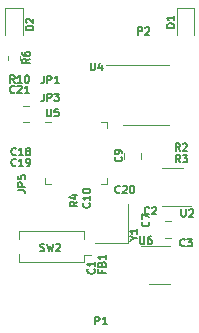
<source format=gbr>
G04 #@! TF.GenerationSoftware,KiCad,Pcbnew,(5.1.5)-2*
G04 #@! TF.CreationDate,2020-02-06T19:09:09-08:00*
G04 #@! TF.ProjectId,USB2RoMeLa_Boosted,55534232-526f-44d6-954c-615f426f6f73,rev?*
G04 #@! TF.SameCoordinates,Original*
G04 #@! TF.FileFunction,Legend,Top*
G04 #@! TF.FilePolarity,Positive*
%FSLAX46Y46*%
G04 Gerber Fmt 4.6, Leading zero omitted, Abs format (unit mm)*
G04 Created by KiCad (PCBNEW (5.1.5)-2) date 2020-02-06 19:09:09*
%MOMM*%
%LPD*%
G04 APERTURE LIST*
%ADD10C,0.120000*%
%ADD11C,0.127000*%
G04 APERTURE END LIST*
D10*
X133497822Y-72693600D02*
X134014978Y-72693600D01*
X133497822Y-71273600D02*
X134014978Y-71273600D01*
X133140000Y-82598200D02*
X133140000Y-81888200D01*
X138661000Y-82598200D02*
X138661000Y-81888200D01*
X133140000Y-84548200D02*
X133140000Y-83838200D01*
X138661000Y-84548200D02*
X133140000Y-84548200D01*
X138661000Y-84548200D02*
X138661000Y-83898200D01*
X139240000Y-83898200D02*
X138661000Y-83898200D01*
X138661000Y-81888200D02*
X133140000Y-81888200D01*
X135870000Y-72695000D02*
X135395000Y-72695000D01*
X140615000Y-77915000D02*
X140615000Y-77440000D01*
X140140000Y-77915000D02*
X140615000Y-77915000D01*
X135395000Y-77915000D02*
X135395000Y-77440000D01*
X135870000Y-77915000D02*
X135395000Y-77915000D01*
X140615000Y-72695000D02*
X140615000Y-73170000D01*
X140140000Y-72695000D02*
X140615000Y-72695000D01*
X143937000Y-67818500D02*
X140487000Y-67818500D01*
X143937000Y-67818500D02*
X145887000Y-67818500D01*
X143937000Y-72938500D02*
X141987000Y-72938500D01*
X143937000Y-72938500D02*
X145887000Y-72938500D01*
X142417500Y-82873000D02*
X142417500Y-79573000D01*
X139617500Y-82873000D02*
X142417500Y-82873000D01*
X145980000Y-83119500D02*
X143530000Y-83119500D01*
X144180000Y-86339500D02*
X145980000Y-86339500D01*
X145250000Y-79810000D02*
X147700000Y-79810000D01*
X147050000Y-76590000D02*
X145250000Y-76590000D01*
X133260000Y-67412779D02*
X133260000Y-67087221D01*
X132240000Y-67412779D02*
X132240000Y-67087221D01*
X132015000Y-63015000D02*
X132015000Y-65300000D01*
X133485000Y-63015000D02*
X132015000Y-63015000D01*
X133485000Y-65300000D02*
X133485000Y-63015000D01*
X146515000Y-63015000D02*
X146515000Y-65300000D01*
X147985000Y-63015000D02*
X146515000Y-63015000D01*
X147985000Y-65300000D02*
X147985000Y-63015000D01*
X143504000Y-75764578D02*
X143504000Y-75247422D01*
X142084000Y-75764578D02*
X142084000Y-75247422D01*
X145491422Y-82460000D02*
X146008578Y-82460000D01*
X145491422Y-81040000D02*
X146008578Y-81040000D01*
D11*
X132789385Y-70152985D02*
X132759147Y-70183223D01*
X132668433Y-70213461D01*
X132607957Y-70213461D01*
X132517242Y-70183223D01*
X132456766Y-70122747D01*
X132426528Y-70062271D01*
X132396290Y-69941319D01*
X132396290Y-69850604D01*
X132426528Y-69729652D01*
X132456766Y-69669176D01*
X132517242Y-69608700D01*
X132607957Y-69578461D01*
X132668433Y-69578461D01*
X132759147Y-69608700D01*
X132789385Y-69638938D01*
X133031290Y-69638938D02*
X133061528Y-69608700D01*
X133122004Y-69578461D01*
X133273195Y-69578461D01*
X133333671Y-69608700D01*
X133363909Y-69638938D01*
X133394147Y-69699414D01*
X133394147Y-69759890D01*
X133363909Y-69850604D01*
X133001052Y-70213461D01*
X133394147Y-70213461D01*
X133998909Y-70213461D02*
X133636052Y-70213461D01*
X133817480Y-70213461D02*
X133817480Y-69578461D01*
X133757004Y-69669176D01*
X133696528Y-69729652D01*
X133636052Y-69759890D01*
X134953333Y-83557023D02*
X135044047Y-83587261D01*
X135195238Y-83587261D01*
X135255714Y-83557023D01*
X135285952Y-83526785D01*
X135316190Y-83466309D01*
X135316190Y-83405833D01*
X135285952Y-83345357D01*
X135255714Y-83315119D01*
X135195238Y-83284880D01*
X135074285Y-83254642D01*
X135013809Y-83224404D01*
X134983571Y-83194166D01*
X134953333Y-83133690D01*
X134953333Y-83073214D01*
X134983571Y-83012738D01*
X135013809Y-82982500D01*
X135074285Y-82952261D01*
X135225476Y-82952261D01*
X135316190Y-82982500D01*
X135527857Y-82952261D02*
X135679047Y-83587261D01*
X135800000Y-83133690D01*
X135920952Y-83587261D01*
X136072142Y-82952261D01*
X136283809Y-83012738D02*
X136314047Y-82982500D01*
X136374523Y-82952261D01*
X136525714Y-82952261D01*
X136586190Y-82982500D01*
X136616428Y-83012738D01*
X136646666Y-83073214D01*
X136646666Y-83133690D01*
X136616428Y-83224404D01*
X136253571Y-83587261D01*
X136646666Y-83587261D01*
X143231309Y-65287261D02*
X143231309Y-64652261D01*
X143473214Y-64652261D01*
X143533690Y-64682500D01*
X143563928Y-64712738D01*
X143594166Y-64773214D01*
X143594166Y-64863928D01*
X143563928Y-64924404D01*
X143533690Y-64954642D01*
X143473214Y-64984880D01*
X143231309Y-64984880D01*
X143836071Y-64712738D02*
X143866309Y-64682500D01*
X143926785Y-64652261D01*
X144077976Y-64652261D01*
X144138452Y-64682500D01*
X144168690Y-64712738D01*
X144198928Y-64773214D01*
X144198928Y-64833690D01*
X144168690Y-64924404D01*
X143805833Y-65287261D01*
X144198928Y-65287261D01*
X133052261Y-78429166D02*
X133505833Y-78429166D01*
X133596547Y-78459404D01*
X133657023Y-78519880D01*
X133687261Y-78610595D01*
X133687261Y-78671071D01*
X133687261Y-78126785D02*
X133052261Y-78126785D01*
X133052261Y-77884880D01*
X133082500Y-77824404D01*
X133112738Y-77794166D01*
X133173214Y-77763928D01*
X133263928Y-77763928D01*
X133324404Y-77794166D01*
X133354642Y-77824404D01*
X133384880Y-77884880D01*
X133384880Y-78126785D01*
X133052261Y-77189404D02*
X133052261Y-77491785D01*
X133354642Y-77522023D01*
X133324404Y-77491785D01*
X133294166Y-77431309D01*
X133294166Y-77280119D01*
X133324404Y-77219642D01*
X133354642Y-77189404D01*
X133415119Y-77159166D01*
X133566309Y-77159166D01*
X133626785Y-77189404D01*
X133657023Y-77219642D01*
X133687261Y-77280119D01*
X133687261Y-77431309D01*
X133657023Y-77491785D01*
X133626785Y-77522023D01*
X135270833Y-70252261D02*
X135270833Y-70705833D01*
X135240595Y-70796547D01*
X135180119Y-70857023D01*
X135089404Y-70887261D01*
X135028928Y-70887261D01*
X135573214Y-70887261D02*
X135573214Y-70252261D01*
X135815119Y-70252261D01*
X135875595Y-70282500D01*
X135905833Y-70312738D01*
X135936071Y-70373214D01*
X135936071Y-70463928D01*
X135905833Y-70524404D01*
X135875595Y-70554642D01*
X135815119Y-70584880D01*
X135573214Y-70584880D01*
X136147738Y-70252261D02*
X136540833Y-70252261D01*
X136329166Y-70494166D01*
X136419880Y-70494166D01*
X136480357Y-70524404D01*
X136510595Y-70554642D01*
X136540833Y-70615119D01*
X136540833Y-70766309D01*
X136510595Y-70826785D01*
X136480357Y-70857023D01*
X136419880Y-70887261D01*
X136238452Y-70887261D01*
X136177976Y-70857023D01*
X136147738Y-70826785D01*
X135270833Y-68752261D02*
X135270833Y-69205833D01*
X135240595Y-69296547D01*
X135180119Y-69357023D01*
X135089404Y-69387261D01*
X135028928Y-69387261D01*
X135573214Y-69387261D02*
X135573214Y-68752261D01*
X135815119Y-68752261D01*
X135875595Y-68782500D01*
X135905833Y-68812738D01*
X135936071Y-68873214D01*
X135936071Y-68963928D01*
X135905833Y-69024404D01*
X135875595Y-69054642D01*
X135815119Y-69084880D01*
X135573214Y-69084880D01*
X136540833Y-69387261D02*
X136177976Y-69387261D01*
X136359404Y-69387261D02*
X136359404Y-68752261D01*
X136298928Y-68842976D01*
X136238452Y-68903452D01*
X136177976Y-68933690D01*
X135516190Y-71552261D02*
X135516190Y-72066309D01*
X135546428Y-72126785D01*
X135576666Y-72157023D01*
X135637142Y-72187261D01*
X135758095Y-72187261D01*
X135818571Y-72157023D01*
X135848809Y-72126785D01*
X135879047Y-72066309D01*
X135879047Y-71552261D01*
X136483809Y-71552261D02*
X136181428Y-71552261D01*
X136151190Y-71854642D01*
X136181428Y-71824404D01*
X136241904Y-71794166D01*
X136393095Y-71794166D01*
X136453571Y-71824404D01*
X136483809Y-71854642D01*
X136514047Y-71915119D01*
X136514047Y-72066309D01*
X136483809Y-72126785D01*
X136453571Y-72157023D01*
X136393095Y-72187261D01*
X136241904Y-72187261D01*
X136181428Y-72157023D01*
X136151190Y-72126785D01*
X139631309Y-89787261D02*
X139631309Y-89152261D01*
X139873214Y-89152261D01*
X139933690Y-89182500D01*
X139963928Y-89212738D01*
X139994166Y-89273214D01*
X139994166Y-89363928D01*
X139963928Y-89424404D01*
X139933690Y-89454642D01*
X139873214Y-89484880D01*
X139631309Y-89484880D01*
X140598928Y-89787261D02*
X140236071Y-89787261D01*
X140417500Y-89787261D02*
X140417500Y-89152261D01*
X140357023Y-89242976D01*
X140296547Y-89303452D01*
X140236071Y-89333690D01*
X139216190Y-67652261D02*
X139216190Y-68166309D01*
X139246428Y-68226785D01*
X139276666Y-68257023D01*
X139337142Y-68287261D01*
X139458095Y-68287261D01*
X139518571Y-68257023D01*
X139548809Y-68226785D01*
X139579047Y-68166309D01*
X139579047Y-67652261D01*
X140153571Y-67863928D02*
X140153571Y-68287261D01*
X140002380Y-67622023D02*
X139851190Y-68075595D01*
X140244285Y-68075595D01*
X132791785Y-69350861D02*
X132580119Y-69048480D01*
X132428928Y-69350861D02*
X132428928Y-68715861D01*
X132670833Y-68715861D01*
X132731309Y-68746100D01*
X132761547Y-68776338D01*
X132791785Y-68836814D01*
X132791785Y-68927528D01*
X132761547Y-68988004D01*
X132731309Y-69018242D01*
X132670833Y-69048480D01*
X132428928Y-69048480D01*
X133396547Y-69350861D02*
X133033690Y-69350861D01*
X133215119Y-69350861D02*
X133215119Y-68715861D01*
X133154642Y-68806576D01*
X133094166Y-68867052D01*
X133033690Y-68897290D01*
X133789642Y-68715861D02*
X133850119Y-68715861D01*
X133910595Y-68746100D01*
X133940833Y-68776338D01*
X133971071Y-68836814D01*
X134001309Y-68957766D01*
X134001309Y-69108957D01*
X133971071Y-69229909D01*
X133940833Y-69290385D01*
X133910595Y-69320623D01*
X133850119Y-69350861D01*
X133789642Y-69350861D01*
X133729166Y-69320623D01*
X133698928Y-69290385D01*
X133668690Y-69229909D01*
X133638452Y-69108957D01*
X133638452Y-68957766D01*
X133668690Y-68836814D01*
X133698928Y-68776338D01*
X133729166Y-68746100D01*
X133789642Y-68715861D01*
X138087261Y-79405833D02*
X137784880Y-79617500D01*
X138087261Y-79768690D02*
X137452261Y-79768690D01*
X137452261Y-79526785D01*
X137482500Y-79466309D01*
X137512738Y-79436071D01*
X137573214Y-79405833D01*
X137663928Y-79405833D01*
X137724404Y-79436071D01*
X137754642Y-79466309D01*
X137784880Y-79526785D01*
X137784880Y-79768690D01*
X137663928Y-78861547D02*
X138087261Y-78861547D01*
X137422023Y-79012738D02*
X137875595Y-79163928D01*
X137875595Y-78770833D01*
X146794166Y-76087261D02*
X146582500Y-75784880D01*
X146431309Y-76087261D02*
X146431309Y-75452261D01*
X146673214Y-75452261D01*
X146733690Y-75482500D01*
X146763928Y-75512738D01*
X146794166Y-75573214D01*
X146794166Y-75663928D01*
X146763928Y-75724404D01*
X146733690Y-75754642D01*
X146673214Y-75784880D01*
X146431309Y-75784880D01*
X147005833Y-75452261D02*
X147398928Y-75452261D01*
X147187261Y-75694166D01*
X147277976Y-75694166D01*
X147338452Y-75724404D01*
X147368690Y-75754642D01*
X147398928Y-75815119D01*
X147398928Y-75966309D01*
X147368690Y-76026785D01*
X147338452Y-76057023D01*
X147277976Y-76087261D01*
X147096547Y-76087261D01*
X147036071Y-76057023D01*
X147005833Y-76026785D01*
X146794166Y-75087261D02*
X146582500Y-74784880D01*
X146431309Y-75087261D02*
X146431309Y-74452261D01*
X146673214Y-74452261D01*
X146733690Y-74482500D01*
X146763928Y-74512738D01*
X146794166Y-74573214D01*
X146794166Y-74663928D01*
X146763928Y-74724404D01*
X146733690Y-74754642D01*
X146673214Y-74784880D01*
X146431309Y-74784880D01*
X147036071Y-74512738D02*
X147066309Y-74482500D01*
X147126785Y-74452261D01*
X147277976Y-74452261D01*
X147338452Y-74482500D01*
X147368690Y-74512738D01*
X147398928Y-74573214D01*
X147398928Y-74633690D01*
X147368690Y-74724404D01*
X147005833Y-75087261D01*
X147398928Y-75087261D01*
X140154642Y-85229166D02*
X140154642Y-85440833D01*
X140487261Y-85440833D02*
X139852261Y-85440833D01*
X139852261Y-85138452D01*
X140154642Y-84684880D02*
X140184880Y-84594166D01*
X140215119Y-84563928D01*
X140275595Y-84533690D01*
X140366309Y-84533690D01*
X140426785Y-84563928D01*
X140457023Y-84594166D01*
X140487261Y-84654642D01*
X140487261Y-84896547D01*
X139852261Y-84896547D01*
X139852261Y-84684880D01*
X139882500Y-84624404D01*
X139912738Y-84594166D01*
X139973214Y-84563928D01*
X140033690Y-84563928D01*
X140094166Y-84594166D01*
X140124404Y-84624404D01*
X140154642Y-84684880D01*
X140154642Y-84896547D01*
X140487261Y-83928928D02*
X140487261Y-84291785D01*
X140487261Y-84110357D02*
X139852261Y-84110357D01*
X139942976Y-84170833D01*
X140003452Y-84231309D01*
X140033690Y-84291785D01*
X141691785Y-78626785D02*
X141661547Y-78657023D01*
X141570833Y-78687261D01*
X141510357Y-78687261D01*
X141419642Y-78657023D01*
X141359166Y-78596547D01*
X141328928Y-78536071D01*
X141298690Y-78415119D01*
X141298690Y-78324404D01*
X141328928Y-78203452D01*
X141359166Y-78142976D01*
X141419642Y-78082500D01*
X141510357Y-78052261D01*
X141570833Y-78052261D01*
X141661547Y-78082500D01*
X141691785Y-78112738D01*
X141933690Y-78112738D02*
X141963928Y-78082500D01*
X142024404Y-78052261D01*
X142175595Y-78052261D01*
X142236071Y-78082500D01*
X142266309Y-78112738D01*
X142296547Y-78173214D01*
X142296547Y-78233690D01*
X142266309Y-78324404D01*
X141903452Y-78687261D01*
X142296547Y-78687261D01*
X142689642Y-78052261D02*
X142750119Y-78052261D01*
X142810595Y-78082500D01*
X142840833Y-78112738D01*
X142871071Y-78173214D01*
X142901309Y-78294166D01*
X142901309Y-78445357D01*
X142871071Y-78566309D01*
X142840833Y-78626785D01*
X142810595Y-78657023D01*
X142750119Y-78687261D01*
X142689642Y-78687261D01*
X142629166Y-78657023D01*
X142598928Y-78626785D01*
X142568690Y-78566309D01*
X142538452Y-78445357D01*
X142538452Y-78294166D01*
X142568690Y-78173214D01*
X142598928Y-78112738D01*
X142629166Y-78082500D01*
X142689642Y-78052261D01*
X132891785Y-76326785D02*
X132861547Y-76357023D01*
X132770833Y-76387261D01*
X132710357Y-76387261D01*
X132619642Y-76357023D01*
X132559166Y-76296547D01*
X132528928Y-76236071D01*
X132498690Y-76115119D01*
X132498690Y-76024404D01*
X132528928Y-75903452D01*
X132559166Y-75842976D01*
X132619642Y-75782500D01*
X132710357Y-75752261D01*
X132770833Y-75752261D01*
X132861547Y-75782500D01*
X132891785Y-75812738D01*
X133496547Y-76387261D02*
X133133690Y-76387261D01*
X133315119Y-76387261D02*
X133315119Y-75752261D01*
X133254642Y-75842976D01*
X133194166Y-75903452D01*
X133133690Y-75933690D01*
X133798928Y-76387261D02*
X133919880Y-76387261D01*
X133980357Y-76357023D01*
X134010595Y-76326785D01*
X134071071Y-76236071D01*
X134101309Y-76115119D01*
X134101309Y-75873214D01*
X134071071Y-75812738D01*
X134040833Y-75782500D01*
X133980357Y-75752261D01*
X133859404Y-75752261D01*
X133798928Y-75782500D01*
X133768690Y-75812738D01*
X133738452Y-75873214D01*
X133738452Y-76024404D01*
X133768690Y-76084880D01*
X133798928Y-76115119D01*
X133859404Y-76145357D01*
X133980357Y-76145357D01*
X134040833Y-76115119D01*
X134071071Y-76084880D01*
X134101309Y-76024404D01*
X132891785Y-75426785D02*
X132861547Y-75457023D01*
X132770833Y-75487261D01*
X132710357Y-75487261D01*
X132619642Y-75457023D01*
X132559166Y-75396547D01*
X132528928Y-75336071D01*
X132498690Y-75215119D01*
X132498690Y-75124404D01*
X132528928Y-75003452D01*
X132559166Y-74942976D01*
X132619642Y-74882500D01*
X132710357Y-74852261D01*
X132770833Y-74852261D01*
X132861547Y-74882500D01*
X132891785Y-74912738D01*
X133496547Y-75487261D02*
X133133690Y-75487261D01*
X133315119Y-75487261D02*
X133315119Y-74852261D01*
X133254642Y-74942976D01*
X133194166Y-75003452D01*
X133133690Y-75033690D01*
X133859404Y-75124404D02*
X133798928Y-75094166D01*
X133768690Y-75063928D01*
X133738452Y-75003452D01*
X133738452Y-74973214D01*
X133768690Y-74912738D01*
X133798928Y-74882500D01*
X133859404Y-74852261D01*
X133980357Y-74852261D01*
X134040833Y-74882500D01*
X134071071Y-74912738D01*
X134101309Y-74973214D01*
X134101309Y-75003452D01*
X134071071Y-75063928D01*
X134040833Y-75094166D01*
X133980357Y-75124404D01*
X133859404Y-75124404D01*
X133798928Y-75154642D01*
X133768690Y-75184880D01*
X133738452Y-75245357D01*
X133738452Y-75366309D01*
X133768690Y-75426785D01*
X133798928Y-75457023D01*
X133859404Y-75487261D01*
X133980357Y-75487261D01*
X134040833Y-75457023D01*
X134071071Y-75426785D01*
X134101309Y-75366309D01*
X134101309Y-75245357D01*
X134071071Y-75184880D01*
X134040833Y-75154642D01*
X133980357Y-75124404D01*
X139126785Y-79508214D02*
X139157023Y-79538452D01*
X139187261Y-79629166D01*
X139187261Y-79689642D01*
X139157023Y-79780357D01*
X139096547Y-79840833D01*
X139036071Y-79871071D01*
X138915119Y-79901309D01*
X138824404Y-79901309D01*
X138703452Y-79871071D01*
X138642976Y-79840833D01*
X138582500Y-79780357D01*
X138552261Y-79689642D01*
X138552261Y-79629166D01*
X138582500Y-79538452D01*
X138612738Y-79508214D01*
X139187261Y-78903452D02*
X139187261Y-79266309D01*
X139187261Y-79084880D02*
X138552261Y-79084880D01*
X138642976Y-79145357D01*
X138703452Y-79205833D01*
X138733690Y-79266309D01*
X138552261Y-78510357D02*
X138552261Y-78449880D01*
X138582500Y-78389404D01*
X138612738Y-78359166D01*
X138673214Y-78328928D01*
X138794166Y-78298690D01*
X138945357Y-78298690D01*
X139066309Y-78328928D01*
X139126785Y-78359166D01*
X139157023Y-78389404D01*
X139187261Y-78449880D01*
X139187261Y-78510357D01*
X139157023Y-78570833D01*
X139126785Y-78601071D01*
X139066309Y-78631309D01*
X138945357Y-78661547D01*
X138794166Y-78661547D01*
X138673214Y-78631309D01*
X138612738Y-78601071D01*
X138582500Y-78570833D01*
X138552261Y-78510357D01*
X144126785Y-81105833D02*
X144157023Y-81136071D01*
X144187261Y-81226785D01*
X144187261Y-81287261D01*
X144157023Y-81377976D01*
X144096547Y-81438452D01*
X144036071Y-81468690D01*
X143915119Y-81498928D01*
X143824404Y-81498928D01*
X143703452Y-81468690D01*
X143642976Y-81438452D01*
X143582500Y-81377976D01*
X143552261Y-81287261D01*
X143552261Y-81226785D01*
X143582500Y-81136071D01*
X143612738Y-81105833D01*
X143552261Y-80894166D02*
X143552261Y-80470833D01*
X144187261Y-80742976D01*
X144194166Y-80426785D02*
X144163928Y-80457023D01*
X144073214Y-80487261D01*
X144012738Y-80487261D01*
X143922023Y-80457023D01*
X143861547Y-80396547D01*
X143831309Y-80336071D01*
X143801071Y-80215119D01*
X143801071Y-80124404D01*
X143831309Y-80003452D01*
X143861547Y-79942976D01*
X143922023Y-79882500D01*
X144012738Y-79852261D01*
X144073214Y-79852261D01*
X144163928Y-79882500D01*
X144194166Y-79912738D01*
X144436071Y-79912738D02*
X144466309Y-79882500D01*
X144526785Y-79852261D01*
X144677976Y-79852261D01*
X144738452Y-79882500D01*
X144768690Y-79912738D01*
X144798928Y-79973214D01*
X144798928Y-80033690D01*
X144768690Y-80124404D01*
X144405833Y-80487261D01*
X144798928Y-80487261D01*
X139526785Y-85105833D02*
X139557023Y-85136071D01*
X139587261Y-85226785D01*
X139587261Y-85287261D01*
X139557023Y-85377976D01*
X139496547Y-85438452D01*
X139436071Y-85468690D01*
X139315119Y-85498928D01*
X139224404Y-85498928D01*
X139103452Y-85468690D01*
X139042976Y-85438452D01*
X138982500Y-85377976D01*
X138952261Y-85287261D01*
X138952261Y-85226785D01*
X138982500Y-85136071D01*
X139012738Y-85105833D01*
X139587261Y-84501071D02*
X139587261Y-84863928D01*
X139587261Y-84682500D02*
X138952261Y-84682500D01*
X139042976Y-84742976D01*
X139103452Y-84803452D01*
X139133690Y-84863928D01*
X142884880Y-82502380D02*
X143187261Y-82502380D01*
X142552261Y-82714047D02*
X142884880Y-82502380D01*
X142552261Y-82290714D01*
X143187261Y-81746428D02*
X143187261Y-82109285D01*
X143187261Y-81927857D02*
X142552261Y-81927857D01*
X142642976Y-81988333D01*
X142703452Y-82048809D01*
X142733690Y-82109285D01*
X143416190Y-82352261D02*
X143416190Y-82866309D01*
X143446428Y-82926785D01*
X143476666Y-82957023D01*
X143537142Y-82987261D01*
X143658095Y-82987261D01*
X143718571Y-82957023D01*
X143748809Y-82926785D01*
X143779047Y-82866309D01*
X143779047Y-82352261D01*
X144353571Y-82352261D02*
X144232619Y-82352261D01*
X144172142Y-82382500D01*
X144141904Y-82412738D01*
X144081428Y-82503452D01*
X144051190Y-82624404D01*
X144051190Y-82866309D01*
X144081428Y-82926785D01*
X144111666Y-82957023D01*
X144172142Y-82987261D01*
X144293095Y-82987261D01*
X144353571Y-82957023D01*
X144383809Y-82926785D01*
X144414047Y-82866309D01*
X144414047Y-82715119D01*
X144383809Y-82654642D01*
X144353571Y-82624404D01*
X144293095Y-82594166D01*
X144172142Y-82594166D01*
X144111666Y-82624404D01*
X144081428Y-82654642D01*
X144051190Y-82715119D01*
X146916190Y-80052261D02*
X146916190Y-80566309D01*
X146946428Y-80626785D01*
X146976666Y-80657023D01*
X147037142Y-80687261D01*
X147158095Y-80687261D01*
X147218571Y-80657023D01*
X147248809Y-80626785D01*
X147279047Y-80566309D01*
X147279047Y-80052261D01*
X147551190Y-80112738D02*
X147581428Y-80082500D01*
X147641904Y-80052261D01*
X147793095Y-80052261D01*
X147853571Y-80082500D01*
X147883809Y-80112738D01*
X147914047Y-80173214D01*
X147914047Y-80233690D01*
X147883809Y-80324404D01*
X147520952Y-80687261D01*
X147914047Y-80687261D01*
X134087261Y-67305833D02*
X133784880Y-67517500D01*
X134087261Y-67668690D02*
X133452261Y-67668690D01*
X133452261Y-67426785D01*
X133482500Y-67366309D01*
X133512738Y-67336071D01*
X133573214Y-67305833D01*
X133663928Y-67305833D01*
X133724404Y-67336071D01*
X133754642Y-67366309D01*
X133784880Y-67426785D01*
X133784880Y-67668690D01*
X133452261Y-66761547D02*
X133452261Y-66882500D01*
X133482500Y-66942976D01*
X133512738Y-66973214D01*
X133603452Y-67033690D01*
X133724404Y-67063928D01*
X133966309Y-67063928D01*
X134026785Y-67033690D01*
X134057023Y-67003452D01*
X134087261Y-66942976D01*
X134087261Y-66822023D01*
X134057023Y-66761547D01*
X134026785Y-66731309D01*
X133966309Y-66701071D01*
X133815119Y-66701071D01*
X133754642Y-66731309D01*
X133724404Y-66761547D01*
X133694166Y-66822023D01*
X133694166Y-66942976D01*
X133724404Y-67003452D01*
X133754642Y-67033690D01*
X133815119Y-67063928D01*
X134387261Y-64868690D02*
X133752261Y-64868690D01*
X133752261Y-64717500D01*
X133782500Y-64626785D01*
X133842976Y-64566309D01*
X133903452Y-64536071D01*
X134024404Y-64505833D01*
X134115119Y-64505833D01*
X134236071Y-64536071D01*
X134296547Y-64566309D01*
X134357023Y-64626785D01*
X134387261Y-64717500D01*
X134387261Y-64868690D01*
X133812738Y-64263928D02*
X133782500Y-64233690D01*
X133752261Y-64173214D01*
X133752261Y-64022023D01*
X133782500Y-63961547D01*
X133812738Y-63931309D01*
X133873214Y-63901071D01*
X133933690Y-63901071D01*
X134024404Y-63931309D01*
X134387261Y-64294166D01*
X134387261Y-63901071D01*
X146287261Y-64668690D02*
X145652261Y-64668690D01*
X145652261Y-64517500D01*
X145682500Y-64426785D01*
X145742976Y-64366309D01*
X145803452Y-64336071D01*
X145924404Y-64305833D01*
X146015119Y-64305833D01*
X146136071Y-64336071D01*
X146196547Y-64366309D01*
X146257023Y-64426785D01*
X146287261Y-64517500D01*
X146287261Y-64668690D01*
X146287261Y-63701071D02*
X146287261Y-64063928D01*
X146287261Y-63882500D02*
X145652261Y-63882500D01*
X145742976Y-63942976D01*
X145803452Y-64003452D01*
X145833690Y-64063928D01*
X141826785Y-75605833D02*
X141857023Y-75636071D01*
X141887261Y-75726785D01*
X141887261Y-75787261D01*
X141857023Y-75877976D01*
X141796547Y-75938452D01*
X141736071Y-75968690D01*
X141615119Y-75998928D01*
X141524404Y-75998928D01*
X141403452Y-75968690D01*
X141342976Y-75938452D01*
X141282500Y-75877976D01*
X141252261Y-75787261D01*
X141252261Y-75726785D01*
X141282500Y-75636071D01*
X141312738Y-75605833D01*
X141887261Y-75303452D02*
X141887261Y-75182500D01*
X141857023Y-75122023D01*
X141826785Y-75091785D01*
X141736071Y-75031309D01*
X141615119Y-75001071D01*
X141373214Y-75001071D01*
X141312738Y-75031309D01*
X141282500Y-75061547D01*
X141252261Y-75122023D01*
X141252261Y-75242976D01*
X141282500Y-75303452D01*
X141312738Y-75333690D01*
X141373214Y-75363928D01*
X141524404Y-75363928D01*
X141584880Y-75333690D01*
X141615119Y-75303452D01*
X141645357Y-75242976D01*
X141645357Y-75122023D01*
X141615119Y-75061547D01*
X141584880Y-75031309D01*
X141524404Y-75001071D01*
X147194166Y-83126785D02*
X147163928Y-83157023D01*
X147073214Y-83187261D01*
X147012738Y-83187261D01*
X146922023Y-83157023D01*
X146861547Y-83096547D01*
X146831309Y-83036071D01*
X146801071Y-82915119D01*
X146801071Y-82824404D01*
X146831309Y-82703452D01*
X146861547Y-82642976D01*
X146922023Y-82582500D01*
X147012738Y-82552261D01*
X147073214Y-82552261D01*
X147163928Y-82582500D01*
X147194166Y-82612738D01*
X147405833Y-82552261D02*
X147798928Y-82552261D01*
X147587261Y-82794166D01*
X147677976Y-82794166D01*
X147738452Y-82824404D01*
X147768690Y-82854642D01*
X147798928Y-82915119D01*
X147798928Y-83066309D01*
X147768690Y-83126785D01*
X147738452Y-83157023D01*
X147677976Y-83187261D01*
X147496547Y-83187261D01*
X147436071Y-83157023D01*
X147405833Y-83126785D01*
M02*

</source>
